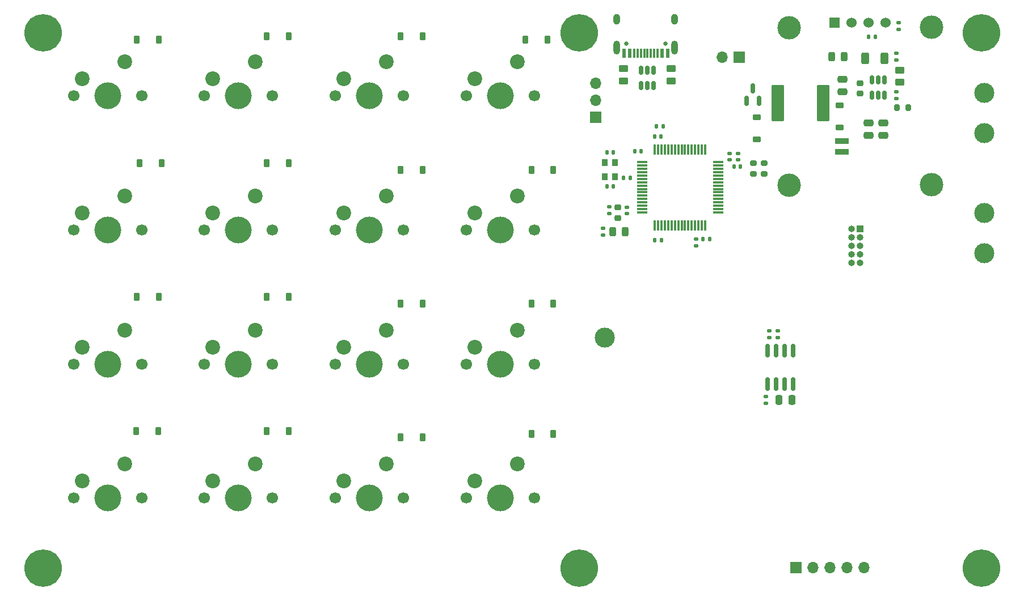
<source format=gbr>
%TF.GenerationSoftware,KiCad,Pcbnew,7.0.4-40-g0180cb380f*%
%TF.CreationDate,2023-06-12T22:45:27+02:00*%
%TF.ProjectId,New Business Card,4e657720-4275-4736-996e-657373204361,rev?*%
%TF.SameCoordinates,Original*%
%TF.FileFunction,Soldermask,Top*%
%TF.FilePolarity,Negative*%
%FSLAX46Y46*%
G04 Gerber Fmt 4.6, Leading zero omitted, Abs format (unit mm)*
G04 Created by KiCad (PCBNEW 7.0.4-40-g0180cb380f) date 2023-06-12 22:45:27*
%MOMM*%
%LPD*%
G01*
G04 APERTURE LIST*
G04 Aperture macros list*
%AMRoundRect*
0 Rectangle with rounded corners*
0 $1 Rounding radius*
0 $2 $3 $4 $5 $6 $7 $8 $9 X,Y pos of 4 corners*
0 Add a 4 corners polygon primitive as box body*
4,1,4,$2,$3,$4,$5,$6,$7,$8,$9,$2,$3,0*
0 Add four circle primitives for the rounded corners*
1,1,$1+$1,$2,$3*
1,1,$1+$1,$4,$5*
1,1,$1+$1,$6,$7*
1,1,$1+$1,$8,$9*
0 Add four rect primitives between the rounded corners*
20,1,$1+$1,$2,$3,$4,$5,0*
20,1,$1+$1,$4,$5,$6,$7,0*
20,1,$1+$1,$6,$7,$8,$9,0*
20,1,$1+$1,$8,$9,$2,$3,0*%
G04 Aperture macros list end*
%ADD10C,4.000000*%
%ADD11C,1.700000*%
%ADD12C,2.200000*%
%ADD13C,1.524000*%
%ADD14C,3.500000*%
%ADD15R,1.524000X1.524000*%
%ADD16RoundRect,0.200000X0.275000X-0.200000X0.275000X0.200000X-0.275000X0.200000X-0.275000X-0.200000X0*%
%ADD17RoundRect,0.147500X-0.172500X0.147500X-0.172500X-0.147500X0.172500X-0.147500X0.172500X0.147500X0*%
%ADD18RoundRect,0.225000X0.250000X-0.225000X0.250000X0.225000X-0.250000X0.225000X-0.250000X-0.225000X0*%
%ADD19RoundRect,0.225000X-0.250000X0.225000X-0.250000X-0.225000X0.250000X-0.225000X0.250000X0.225000X0*%
%ADD20RoundRect,0.225000X0.225000X0.375000X-0.225000X0.375000X-0.225000X-0.375000X0.225000X-0.375000X0*%
%ADD21C,3.000000*%
%ADD22RoundRect,0.225000X-0.375000X0.225000X-0.375000X-0.225000X0.375000X-0.225000X0.375000X0.225000X0*%
%ADD23R,1.700000X1.700000*%
%ADD24O,1.700000X1.700000*%
%ADD25C,5.600000*%
%ADD26RoundRect,0.140000X0.140000X0.170000X-0.140000X0.170000X-0.140000X-0.170000X0.140000X-0.170000X0*%
%ADD27RoundRect,0.140000X-0.170000X0.140000X-0.170000X-0.140000X0.170000X-0.140000X0.170000X0.140000X0*%
%ADD28RoundRect,0.135000X-0.135000X-0.185000X0.135000X-0.185000X0.135000X0.185000X-0.135000X0.185000X0*%
%ADD29RoundRect,0.150000X0.150000X-0.587500X0.150000X0.587500X-0.150000X0.587500X-0.150000X-0.587500X0*%
%ADD30RoundRect,0.135000X0.185000X-0.135000X0.185000X0.135000X-0.185000X0.135000X-0.185000X-0.135000X0*%
%ADD31RoundRect,0.250000X-0.475000X0.250000X-0.475000X-0.250000X0.475000X-0.250000X0.475000X0.250000X0*%
%ADD32RoundRect,0.250000X0.712500X2.475000X-0.712500X2.475000X-0.712500X-2.475000X0.712500X-2.475000X0*%
%ADD33RoundRect,0.150000X0.150000X-0.512500X0.150000X0.512500X-0.150000X0.512500X-0.150000X-0.512500X0*%
%ADD34R,1.000000X1.000000*%
%ADD35O,1.000000X1.000000*%
%ADD36RoundRect,0.200000X-0.200000X-0.275000X0.200000X-0.275000X0.200000X0.275000X-0.200000X0.275000X0*%
%ADD37RoundRect,0.225000X0.375000X-0.225000X0.375000X0.225000X-0.375000X0.225000X-0.375000X-0.225000X0*%
%ADD38RoundRect,0.150000X0.150000X-0.825000X0.150000X0.825000X-0.150000X0.825000X-0.150000X-0.825000X0*%
%ADD39RoundRect,0.140000X-0.140000X-0.170000X0.140000X-0.170000X0.140000X0.170000X-0.140000X0.170000X0*%
%ADD40RoundRect,0.140000X0.170000X-0.140000X0.170000X0.140000X-0.170000X0.140000X-0.170000X-0.140000X0*%
%ADD41C,0.650000*%
%ADD42R,0.600000X1.450000*%
%ADD43R,0.300000X1.450000*%
%ADD44O,1.000000X2.100000*%
%ADD45O,1.000000X1.600000*%
%ADD46RoundRect,0.243750X0.243750X0.456250X-0.243750X0.456250X-0.243750X-0.456250X0.243750X-0.456250X0*%
%ADD47RoundRect,0.250000X-0.250000X-0.475000X0.250000X-0.475000X0.250000X0.475000X-0.250000X0.475000X0*%
%ADD48RoundRect,0.250000X-0.312500X-0.625000X0.312500X-0.625000X0.312500X0.625000X-0.312500X0.625000X0*%
%ADD49RoundRect,0.135000X-0.185000X0.135000X-0.185000X-0.135000X0.185000X-0.135000X0.185000X0.135000X0*%
%ADD50RoundRect,0.150000X-0.150000X0.512500X-0.150000X-0.512500X0.150000X-0.512500X0.150000X0.512500X0*%
%ADD51RoundRect,0.075000X-0.700000X-0.075000X0.700000X-0.075000X0.700000X0.075000X-0.700000X0.075000X0*%
%ADD52RoundRect,0.075000X-0.075000X-0.700000X0.075000X-0.700000X0.075000X0.700000X-0.075000X0.700000X0*%
%ADD53RoundRect,0.243750X-0.243750X-0.456250X0.243750X-0.456250X0.243750X0.456250X-0.243750X0.456250X0*%
%ADD54RoundRect,0.250000X0.450000X-0.262500X0.450000X0.262500X-0.450000X0.262500X-0.450000X-0.262500X0*%
%ADD55RoundRect,0.250000X-0.450000X0.262500X-0.450000X-0.262500X0.450000X-0.262500X0.450000X0.262500X0*%
%ADD56R,0.900000X1.000000*%
%ADD57R,2.000000X0.850000*%
G04 APERTURE END LIST*
D10*
%TO.C,SW17*%
X148200000Y-109540000D03*
D11*
X143120000Y-109540000D03*
X153280000Y-109540000D03*
D12*
X150740000Y-104460000D03*
X144390000Y-107000000D03*
%TD*%
D10*
%TO.C,SW16*%
X128673332Y-109540000D03*
D11*
X123593332Y-109540000D03*
X133753332Y-109540000D03*
D12*
X131213332Y-104460000D03*
X124863332Y-107000000D03*
%TD*%
%TO.C,SW15*%
X105336666Y-107000000D03*
X111686666Y-104460000D03*
D11*
X114226666Y-109540000D03*
X104066666Y-109540000D03*
D10*
X109146666Y-109540000D03*
%TD*%
%TO.C,SW14*%
X89620000Y-109540000D03*
D11*
X84540000Y-109540000D03*
X94700000Y-109540000D03*
D12*
X92160000Y-104460000D03*
X85810000Y-107000000D03*
%TD*%
D10*
%TO.C,SW13*%
X148200000Y-89513332D03*
D11*
X143120000Y-89513332D03*
X153280000Y-89513332D03*
D12*
X150740000Y-84433332D03*
X144390000Y-86973332D03*
%TD*%
%TO.C,SW12*%
X124863332Y-86973332D03*
X131213332Y-84433332D03*
D11*
X133753332Y-89513332D03*
X123593332Y-89513332D03*
D10*
X128673332Y-89513332D03*
%TD*%
%TO.C,SW11*%
X109146666Y-89513332D03*
D11*
X104066666Y-89513332D03*
X114226666Y-89513332D03*
D12*
X111686666Y-84433332D03*
X105336666Y-86973332D03*
%TD*%
%TO.C,SW10*%
X85810000Y-86973332D03*
X92160000Y-84433332D03*
D11*
X94700000Y-89513332D03*
X84540000Y-89513332D03*
D10*
X89620000Y-89513332D03*
%TD*%
D12*
%TO.C,SW9*%
X144390000Y-66946666D03*
X150740000Y-64406666D03*
D11*
X153280000Y-69486666D03*
X143120000Y-69486666D03*
D10*
X148200000Y-69486666D03*
%TD*%
D12*
%TO.C,SW8*%
X124863332Y-66946666D03*
X131213332Y-64406666D03*
D11*
X133753332Y-69486666D03*
X123593332Y-69486666D03*
D10*
X128673332Y-69486666D03*
%TD*%
D12*
%TO.C,SW7*%
X105336666Y-66946666D03*
X111686666Y-64406666D03*
D11*
X114226666Y-69486666D03*
X104066666Y-69486666D03*
D10*
X109146666Y-69486666D03*
%TD*%
%TO.C,SW6*%
X89620000Y-69486666D03*
D11*
X84540000Y-69486666D03*
X94700000Y-69486666D03*
D12*
X92160000Y-64406666D03*
X85810000Y-66946666D03*
%TD*%
D10*
%TO.C,SW5*%
X148200000Y-49460000D03*
D11*
X143120000Y-49460000D03*
X153280000Y-49460000D03*
D12*
X150740000Y-44380000D03*
X144390000Y-46920000D03*
%TD*%
D10*
%TO.C,SW4*%
X128673332Y-49460000D03*
D11*
X123593332Y-49460000D03*
X133753332Y-49460000D03*
D12*
X131213332Y-44380000D03*
X124863332Y-46920000D03*
%TD*%
%TO.C,SW3*%
X105336666Y-46920000D03*
X111686666Y-44380000D03*
D11*
X114226666Y-49460000D03*
X104066666Y-49460000D03*
D10*
X109146666Y-49460000D03*
%TD*%
%TO.C,SW2*%
X89620000Y-49460000D03*
D11*
X84540000Y-49460000D03*
X94700000Y-49460000D03*
D12*
X92160000Y-44380000D03*
X85810000Y-46920000D03*
%TD*%
D13*
%TO.C,J1*%
X205760000Y-38500000D03*
X203220000Y-38500000D03*
X200680000Y-38500000D03*
D14*
X212600000Y-62700000D03*
X212600000Y-39200000D03*
D15*
X198140000Y-38500000D03*
D14*
X191300000Y-62800000D03*
X191300000Y-39300000D03*
%TD*%
D16*
%TO.C,R8*%
X187600000Y-61125000D03*
X187600000Y-59475000D03*
%TD*%
%TO.C,R9*%
X186000000Y-61125000D03*
X186000000Y-59475000D03*
%TD*%
D17*
%TO.C,L2*%
X164500000Y-66040000D03*
X164500000Y-67010000D03*
%TD*%
D18*
%TO.C,C12*%
X165800000Y-67675000D03*
X165800000Y-66125000D03*
%TD*%
D19*
%TO.C,C1*%
X201900000Y-47525000D03*
X201900000Y-49075000D03*
%TD*%
D20*
%TO.C,D11*%
X156150000Y-60500000D03*
X152850000Y-60500000D03*
%TD*%
D21*
%TO.C,TP2*%
X220446600Y-54974200D03*
%TD*%
D22*
%TO.C,D1*%
X186500000Y-52650000D03*
X186500000Y-55950000D03*
%TD*%
D23*
%TO.C,SW1*%
X162500000Y-52640000D03*
D24*
X162500000Y-50100000D03*
X162500000Y-47560000D03*
%TD*%
D21*
%TO.C,TP3*%
X163830000Y-85598000D03*
%TD*%
D20*
%TO.C,D9*%
X116650000Y-59500000D03*
X113350000Y-59500000D03*
%TD*%
%TO.C,D14*%
X136650000Y-80500000D03*
X133350000Y-80500000D03*
%TD*%
D25*
%TO.C,H2*%
X80000000Y-120000000D03*
%TD*%
D20*
%TO.C,D18*%
X136650000Y-100500000D03*
X133350000Y-100500000D03*
%TD*%
%TO.C,D19*%
X156150000Y-100000000D03*
X152850000Y-100000000D03*
%TD*%
%TO.C,D8*%
X97650000Y-59500000D03*
X94350000Y-59500000D03*
%TD*%
D26*
%TO.C,C15*%
X165072000Y-57912000D03*
X164112000Y-57912000D03*
%TD*%
D27*
%TO.C,C17*%
X187858000Y-94408000D03*
X187858000Y-95368000D03*
%TD*%
D28*
%TO.C,R13*%
X204220000Y-40600000D03*
X203200000Y-40600000D03*
%TD*%
D29*
%TO.C,Q1*%
X184950000Y-50200000D03*
X186850000Y-50200000D03*
X185900000Y-48325000D03*
%TD*%
D30*
%TO.C,R16*%
X189636000Y-85565000D03*
X189636000Y-84545000D03*
%TD*%
D31*
%TO.C,C4*%
X199300000Y-46950000D03*
X199300000Y-48850000D03*
%TD*%
D21*
%TO.C,TP5*%
X220446600Y-72974200D03*
%TD*%
D25*
%TO.C,H5*%
X220000000Y-40000000D03*
%TD*%
D32*
%TO.C,F1*%
X196387500Y-50500000D03*
X189612500Y-50500000D03*
%TD*%
D33*
%TO.C,U1*%
X203650000Y-49337500D03*
X204600000Y-49337500D03*
X205550000Y-49337500D03*
X205550000Y-47062500D03*
X204600000Y-47062500D03*
X203650000Y-47062500D03*
%TD*%
D26*
%TO.C,C14*%
X184042000Y-60000000D03*
X183082000Y-60000000D03*
%TD*%
D31*
%TO.C,C2*%
X203200000Y-53450000D03*
X203200000Y-55350000D03*
%TD*%
D34*
%TO.C,J3*%
X201930000Y-69342000D03*
D35*
X200660000Y-69342000D03*
X201930000Y-70612000D03*
X200660000Y-70612000D03*
X201930000Y-71882000D03*
X200660000Y-71882000D03*
X201930000Y-73152000D03*
X200660000Y-73152000D03*
X201930000Y-74422000D03*
X200660000Y-74422000D03*
%TD*%
D31*
%TO.C,C3*%
X205400000Y-53450000D03*
X205400000Y-55350000D03*
%TD*%
D36*
%TO.C,R5*%
X207450000Y-51200000D03*
X209100000Y-51200000D03*
%TD*%
D37*
%TO.C,D2*%
X198900000Y-54150000D03*
X198900000Y-50850000D03*
%TD*%
D38*
%TO.C,U4*%
X188095000Y-92475000D03*
X189365000Y-92475000D03*
X190635000Y-92475000D03*
X191905000Y-92475000D03*
X191905000Y-87525000D03*
X190635000Y-87525000D03*
X189365000Y-87525000D03*
X188095000Y-87525000D03*
%TD*%
D39*
%TO.C,C9*%
X171260000Y-55480000D03*
X172220000Y-55480000D03*
%TD*%
D20*
%TO.C,D5*%
X116650000Y-40500000D03*
X113350000Y-40500000D03*
%TD*%
%TO.C,D7*%
X155300000Y-41000000D03*
X152000000Y-41000000D03*
%TD*%
%TO.C,D4*%
X97300000Y-41000000D03*
X94000000Y-41000000D03*
%TD*%
D25*
%TO.C,H6*%
X220000000Y-120000000D03*
%TD*%
D21*
%TO.C,TP4*%
X220446600Y-66974200D03*
%TD*%
D40*
%TO.C,C11*%
X167132000Y-67028000D03*
X167132000Y-66068000D03*
%TD*%
D20*
%TO.C,D13*%
X116650000Y-79500000D03*
X113350000Y-79500000D03*
%TD*%
%TO.C,D6*%
X136650000Y-40500000D03*
X133350000Y-40500000D03*
%TD*%
D26*
%TO.C,C6*%
X172248000Y-70974000D03*
X171288000Y-70974000D03*
%TD*%
D41*
%TO.C,J5*%
X172840000Y-41655000D03*
X167060000Y-41655000D03*
D42*
X173200000Y-43100000D03*
X172400000Y-43100000D03*
D43*
X171200000Y-43100000D03*
X170200000Y-43100000D03*
X169700000Y-43100000D03*
X168700000Y-43100000D03*
D42*
X167500000Y-43100000D03*
X166700000Y-43100000D03*
X166700000Y-43100000D03*
X167500000Y-43100000D03*
D43*
X168200000Y-43100000D03*
X169200000Y-43100000D03*
X170700000Y-43100000D03*
X171700000Y-43100000D03*
D42*
X172400000Y-43100000D03*
X173200000Y-43100000D03*
D44*
X174270000Y-42185000D03*
D45*
X174270000Y-38005000D03*
D44*
X165630000Y-42185000D03*
D45*
X165630000Y-38005000D03*
%TD*%
D40*
%TO.C,C5*%
X183678000Y-59008000D03*
X183678000Y-58048000D03*
%TD*%
%TO.C,C13*%
X177455000Y-71835000D03*
X177455000Y-70875000D03*
%TD*%
D20*
%TO.C,D17*%
X116650000Y-99500000D03*
X113350000Y-99500000D03*
%TD*%
%TO.C,D16*%
X97150000Y-99500000D03*
X93850000Y-99500000D03*
%TD*%
D21*
%TO.C,TP1*%
X220446600Y-48974200D03*
%TD*%
D40*
%TO.C,C8*%
X182408000Y-58980000D03*
X182408000Y-58020000D03*
%TD*%
D20*
%TO.C,D10*%
X136650000Y-60500000D03*
X133350000Y-60500000D03*
%TD*%
D26*
%TO.C,C10*%
X169229000Y-57684000D03*
X168269000Y-57684000D03*
%TD*%
D46*
%TO.C,FB1*%
X199537500Y-43600000D03*
X197662500Y-43600000D03*
%TD*%
D23*
%TO.C,J2*%
X192310000Y-119952000D03*
D24*
X194850000Y-119952000D03*
X197390000Y-119952000D03*
X199930000Y-119952000D03*
X202470000Y-119952000D03*
%TD*%
D47*
%TO.C,C18*%
X189829000Y-94888000D03*
X191729000Y-94888000D03*
%TD*%
D48*
%TO.C,R2*%
X202637500Y-43800000D03*
X205562500Y-43800000D03*
%TD*%
D49*
%TO.C,R14*%
X207700000Y-38531000D03*
X207700000Y-39551000D03*
%TD*%
D26*
%TO.C,C7*%
X179459000Y-70847000D03*
X178499000Y-70847000D03*
%TD*%
D20*
%TO.C,D12*%
X97300000Y-79500000D03*
X94000000Y-79500000D03*
%TD*%
D50*
%TO.C,U3*%
X171132500Y-45606500D03*
X170182500Y-45606500D03*
X169232500Y-45606500D03*
X169232500Y-47881500D03*
X170182500Y-47881500D03*
X171132500Y-47881500D03*
%TD*%
D51*
%TO.C,U2*%
X169367000Y-59350000D03*
X169367000Y-59850000D03*
X169367000Y-60350000D03*
X169367000Y-60850000D03*
X169367000Y-61350000D03*
X169367000Y-61850000D03*
X169367000Y-62350000D03*
X169367000Y-62850000D03*
X169367000Y-63350000D03*
X169367000Y-63850000D03*
X169367000Y-64350000D03*
X169367000Y-64850000D03*
X169367000Y-65350000D03*
X169367000Y-65850000D03*
X169367000Y-66350000D03*
X169367000Y-66850000D03*
D52*
X171292000Y-68775000D03*
X171792000Y-68775000D03*
X172292000Y-68775000D03*
X172792000Y-68775000D03*
X173292000Y-68775000D03*
X173792000Y-68775000D03*
X174292000Y-68775000D03*
X174792000Y-68775000D03*
X175292000Y-68775000D03*
X175792000Y-68775000D03*
X176292000Y-68775000D03*
X176792000Y-68775000D03*
X177292000Y-68775000D03*
X177792000Y-68775000D03*
X178292000Y-68775000D03*
X178792000Y-68775000D03*
D51*
X180717000Y-66850000D03*
X180717000Y-66350000D03*
X180717000Y-65850000D03*
X180717000Y-65350000D03*
X180717000Y-64850000D03*
X180717000Y-64350000D03*
X180717000Y-63850000D03*
X180717000Y-63350000D03*
X180717000Y-62850000D03*
X180717000Y-62350000D03*
X180717000Y-61850000D03*
X180717000Y-61350000D03*
X180717000Y-60850000D03*
X180717000Y-60350000D03*
X180717000Y-59850000D03*
X180717000Y-59350000D03*
D52*
X178792000Y-57425000D03*
X178292000Y-57425000D03*
X177792000Y-57425000D03*
X177292000Y-57425000D03*
X176792000Y-57425000D03*
X176292000Y-57425000D03*
X175792000Y-57425000D03*
X175292000Y-57425000D03*
X174792000Y-57425000D03*
X174292000Y-57425000D03*
X173792000Y-57425000D03*
X173292000Y-57425000D03*
X172792000Y-57425000D03*
X172292000Y-57425000D03*
X171792000Y-57425000D03*
X171292000Y-57425000D03*
%TD*%
D53*
%TO.C,D3*%
X164995670Y-69732000D03*
X166870670Y-69732000D03*
%TD*%
D30*
%TO.C,R15*%
X188366000Y-85565000D03*
X188366000Y-84545000D03*
%TD*%
D54*
%TO.C,R12*%
X166596500Y-47211500D03*
X166596500Y-45386500D03*
%TD*%
D49*
%TO.C,R4*%
X207300000Y-43090000D03*
X207300000Y-44110000D03*
%TD*%
D54*
%TO.C,R11*%
X173708500Y-47211500D03*
X173708500Y-45386500D03*
%TD*%
D55*
%TO.C,R1*%
X207800000Y-45575000D03*
X207800000Y-47400000D03*
%TD*%
D25*
%TO.C,H4*%
X160000000Y-40000000D03*
%TD*%
D28*
%TO.C,R10*%
X166622000Y-61722000D03*
X167642000Y-61722000D03*
%TD*%
D49*
%TO.C,R3*%
X207300000Y-48800000D03*
X207300000Y-49820000D03*
%TD*%
%TO.C,R6*%
X163520170Y-69222000D03*
X163520170Y-70242000D03*
%TD*%
D28*
%TO.C,R7*%
X171532000Y-54000000D03*
X172552000Y-54000000D03*
%TD*%
D25*
%TO.C,H3*%
X80000000Y-40000000D03*
%TD*%
D23*
%TO.C,J4*%
X183896000Y-43688000D03*
D24*
X181356000Y-43688000D03*
%TD*%
D39*
%TO.C,C16*%
X164112000Y-62992000D03*
X165072000Y-62992000D03*
%TD*%
D25*
%TO.C,H1*%
X160000000Y-120000000D03*
%TD*%
D56*
%TO.C,Y1*%
X163778000Y-59396000D03*
X163778000Y-61546000D03*
X165328000Y-61546000D03*
X165328000Y-59396000D03*
%TD*%
D57*
%TO.C,L1*%
X199200000Y-56175000D03*
X199200000Y-57825000D03*
%TD*%
D20*
%TO.C,D15*%
X156150000Y-80500000D03*
X152850000Y-80500000D03*
%TD*%
M02*

</source>
